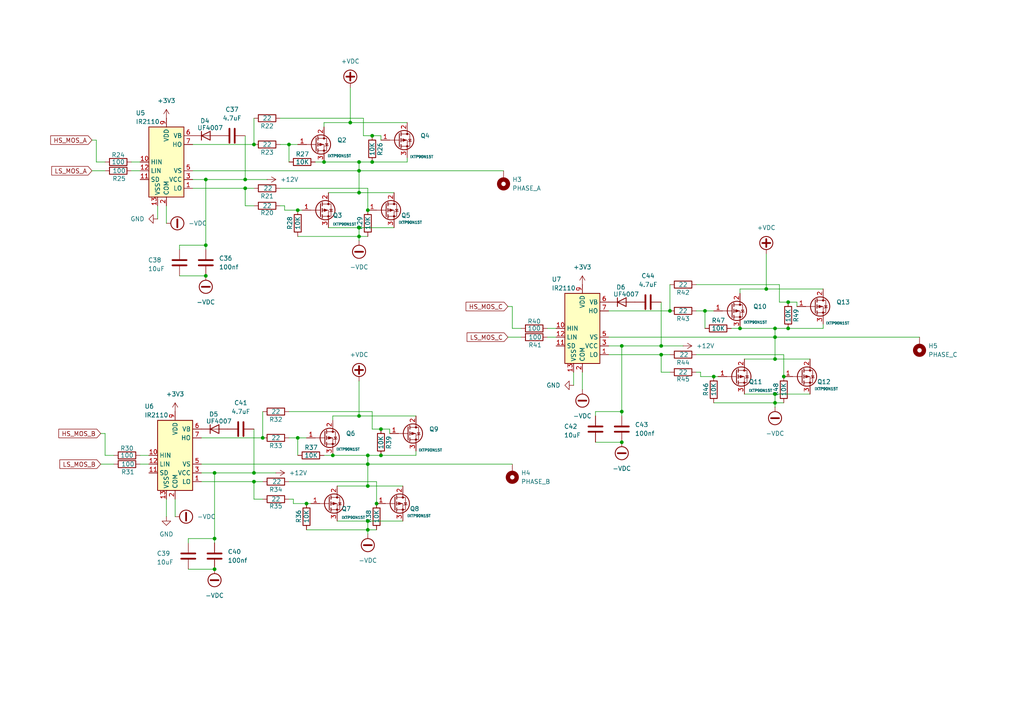
<source format=kicad_sch>
(kicad_sch (version 20250114) (generator "eeschema") (generator_version "9.0")
  (paper "A4")
  (lib_symbols
    (symbol "Device:C" (pin_numbers (hide yes)) (pin_names (offset 0.254))
      (property "Reference" "C" (at 0.635 2.54 0))
      (property "Value" "C" (at 0.635 -2.54 0))
      (symbol "C_0_1"
        (polyline (pts (xy -2.032 0.762) (xy 2.032 0.762)) (stroke (width 0.508)))
        (polyline (pts (xy -2.032 -0.762) (xy 2.032 -0.762)) (stroke (width 0.508)))
      )
      (symbol "C_1_1"
        (pin passive line (at 0 3.81 270) (length 2.794) (name "~") (number "1"))
        (pin passive line (at 0 -3.81 90) (length 2.794) (name "~") (number "2"))
      )
    )
    (symbol "Device:D" (pin_numbers (hide yes)) (pin_names (offset 1.016) (hide yes))
      (property "Reference" "D" (at 0 2.54 0))
      (property "Value" "D" (at 0 -2.54 0))
      (symbol "D_0_1"
        (polyline (pts (xy -1.27 1.27) (xy -1.27 -1.27)) (stroke (width 0.254)))
        (polyline (pts (xy 1.27 1.27) (xy 1.27 -1.27) (xy -1.27 0) (xy 1.27 1.27)) (stroke (width 0.254)))
        (polyline (pts (xy 1.27 0) (xy -1.27 0)))
      )
      (symbol "D_1_1"
        (pin passive line (at -3.81 0 0) (length 2.54) (name "K") (number "1"))
        (pin passive line (at 3.81 0 180) (length 2.54) (name "A") (number "2"))
      )
    )
    (symbol "Device:R" (pin_numbers (hide yes)) (pin_names (offset 0))
      (property "Reference" "R" (at 2.032 0 90))
      (property "Value" "R" (at 0 0 90))
      (symbol "R_0_1"
        (rectangle (start -1.016 -2.54) (end 1.016 2.54) (stroke (width 0.254)))
      )
      (symbol "R_1_1"
        (pin passive line (at 0 3.81 270) (length 1.27) (name "~") (number "1"))
        (pin passive line (at 0 -3.81 90) (length 1.27) (name "~") (number "2"))
      )
    )
    (symbol "Driver_FET:IR2110"
      (property "Reference" "U" (at 1.27 13.335 0))
      (property "Value" "IR2110" (at 1.27 11.43 0))
      (symbol "IR2110_0_1"
        (rectangle (start -5.08 -10.16) (end 5.08 10.16) (stroke (width 0.254)) (fill (type background)))
      )
      (symbol "IR2110_1_1"
        (pin input line (at -7.62 0 0) (length 2.54) (name "HIN") (number "10"))
        (pin input line (at -7.62 -2.54 0) (length 2.54) (name "LIN") (number "12"))
        (pin input line (at -7.62 -5.08 0) (length 2.54) (name "SD") (number "11"))
        (pin no_connect line (at -5.08 7.62 0) (length 2.54) (hide yes) (name "NC") (number "4"))
        (pin no_connect line (at -5.08 5.08 0) (length 2.54) (hide yes) (name "NC") (number "8"))
        (pin no_connect line (at -5.08 2.54 0) (length 2.54) (hide yes) (name "NC") (number "14"))
        (pin power_in line (at -2.54 -12.7 90) (length 2.54) (name "VSS") (number "13"))
        (pin power_in line (at 0 12.7 270) (length 2.54) (name "VDD") (number "9"))
        (pin power_in line (at 0 -12.7 90) (length 2.54) (name "COM") (number "2"))
        (pin passive line (at 7.62 7.62 180) (length 2.54) (name "VB") (number "6"))
        (pin output line (at 7.62 5.08 180) (length 2.54) (name "HO") (number "7"))
        (pin passive line (at 7.62 -2.54 180) (length 2.54) (name "VS") (number "5"))
        (pin power_in line (at 7.62 -5.08 180) (length 2.54) (name "VCC") (number "3"))
        (pin output line (at 7.62 -7.62 180) (length 2.54) (name "LO") (number "1"))
      )
    )
    (symbol "Mechanical:MountingHole_Pad" (pin_numbers (hide yes)) (pin_names (offset 1.016) (hide yes)) (in_bom no)
      (property "Reference" "H" (at 0 6.35 0))
      (property "Value" "MountingHole_Pad" (at 0 4.445 0))
      (symbol "MountingHole_Pad_0_1"
        (circle (center 0 1.27) (radius 1.27) (stroke (width 1.27)))
      )
      (symbol "MountingHole_Pad_1_1"
        (pin input line (at 0 -2.54 90) (length 2.54) (name "1") (number "1"))
      )
    )
    (symbol "Transistor_FET:IRF4905" (pin_names (hide yes))
      (property "Reference" "Q" (at 5.08 1.905 0))
      (property "Value" "IRF4905" (at 5.08 0 0))
      (symbol "IRF4905_0_1"
        (polyline (pts (xy 0.254 1.905) (xy 0.254 -1.905)) (stroke (width 0.254)))
        (polyline (pts (xy 0.254 0) (xy -2.54 0)))
        (polyline (pts (xy 0.762 2.286) (xy 0.762 1.27)) (stroke (width 0.254)))
        (polyline (pts (xy 0.762 1.778) (xy 3.302 1.778) (xy 3.302 -1.778) (xy 0.762 -1.778)))
        (polyline (pts (xy 0.762 0.508) (xy 0.762 -0.508)) (stroke (width 0.254)))
        (polyline (pts (xy 0.762 -1.27) (xy 0.762 -2.286)) (stroke (width 0.254)))
        (circle (center 1.651 0) (radius 2.794) (stroke (width 0.254)))
        (polyline (pts (xy 2.286 0) (xy 1.27 0.381) (xy 1.27 -0.381) (xy 2.286 0)) (fill (type outline)))
        (polyline (pts (xy 2.54 2.54) (xy 2.54 1.778)))
        (circle (center 2.54 1.778) (radius 0.254) (fill (type outline)))
        (circle (center 2.54 -1.778) (radius 0.254) (fill (type outline)))
        (polyline (pts (xy 2.54 -2.54) (xy 2.54 0) (xy 0.762 0)))
        (polyline (pts (xy 2.794 -0.508) (xy 2.921 -0.381) (xy 3.683 -0.381) (xy 3.81 -0.254)))
        (polyline (pts (xy 3.302 -0.381) (xy 2.921 0.254) (xy 3.683 0.254) (xy 3.302 -0.381)))
      )
      (symbol "IRF4905_1_1"
        (pin input line (at -5.08 0 0) (length 2.54) (name "G") (number "1"))
        (pin passive line (at 2.54 5.08 270) (length 2.54) (name "D") (number "2"))
        (pin passive line (at 2.54 -5.08 90) (length 2.54) (name "S") (number "3"))
      )
    )
    (symbol "power:+12V" (power) (pin_numbers (hide yes)) (pin_names (offset 0) (hide yes))
      (property "Value" "+12V" (at 0 3.556 0))
      (symbol "+12V_0_1"
        (polyline (pts (xy -0.762 1.27) (xy 0 2.54)))
        (polyline (pts (xy 0 2.54) (xy 0.762 1.27)))
        (polyline (pts (xy 0 0) (xy 0 2.54)))
      )
      (symbol "+12V_1_1"
        (pin power_in line (at 0 0 90) (length 0) (name "~") (number "1"))
      )
    )
    (symbol "power:+3V3" (power) (pin_numbers (hide yes)) (pin_names (offset 0) (hide yes))
      (property "Value" "+3V3" (at 0 3.556 0))
      (symbol "+3V3_0_1"
        (polyline (pts (xy -0.762 1.27) (xy 0 2.54)))
        (polyline (pts (xy 0 2.54) (xy 0.762 1.27)))
        (polyline (pts (xy 0 0) (xy 0 2.54)))
      )
      (symbol "+3V3_1_1"
        (pin power_in line (at 0 0 90) (length 0) (name "~") (number "1"))
      )
    )
    (symbol "power:+VDC" (power) (pin_numbers (hide yes)) (pin_names (offset 0) (hide yes))
      (property "Value" "+VDC" (at 0 6.35 0))
      (symbol "+VDC_0_1"
        (polyline (pts (xy -1.143 3.175) (xy 1.143 3.175)) (stroke (width 0.508)))
        (circle (center 0 3.175) (radius 1.905) (stroke (width 0.254)))
        (polyline (pts (xy 0 2.032) (xy 0 4.318)) (stroke (width 0.508)))
        (polyline (pts (xy 0 0) (xy 0 1.27)))
      )
      (symbol "+VDC_1_1"
        (pin power_in line (at 0 0 90) (length 0) (name "~") (number "1"))
      )
    )
    (symbol "power:-VDC" (power) (pin_numbers (hide yes)) (pin_names (offset 0) (hide yes))
      (property "Value" "-VDC" (at 0 6.35 0))
      (symbol "-VDC_0_1"
        (polyline (pts (xy -1.143 3.175) (xy 1.143 3.175)) (stroke (width 0.508)))
        (circle (center 0 3.175) (radius 1.905) (stroke (width 0.254)))
        (polyline (pts (xy 0 0) (xy 0 1.27)))
      )
      (symbol "-VDC_1_1"
        (pin power_in line (at 0 0 90) (length 0) (name "~") (number "1"))
      )
    )
    (symbol "power:GND" (power) (pin_numbers (hide yes)) (pin_names (offset 0) (hide yes))
      (property "Value" "GND" (at 0 -3.81 0))
      (symbol "GND_0_1"
        (polyline (pts (xy 0 0) (xy 0 -1.27) (xy 1.27 -1.27) (xy 0 -2.54) (xy -1.27 -1.27) (xy 0 -1.27)))
      )
      (symbol "GND_1_1"
        (pin power_in line (at 0 0 270) (length 0) (name "~") (number "1"))
      )
    )
  )
  (junction (at 204.47 90.17))
  (junction (at 224.79 114.3))
  (junction (at 224.79 104.14))
  (junction (at 62.23 165.1))
  (junction (at 227.33 109.22))
  (junction (at 106.68 140.97))
  (junction (at 59.69 71.12))
  (junction (at 62.23 156.21))
  (junction (at 207.01 109.22))
  (junction (at 107.95 39.37))
  (junction (at 71.12 54.61))
  (junction (at 180.34 119.38))
  (junction (at 104.14 68.58))
  (junction (at 106.68 153.67))
  (junction (at 106.68 60.96))
  (junction (at 180.34 128.27))
  (junction (at 224.79 95.25))
  (junction (at 106.68 134.62))
  (junction (at 191.77 100.33))
  (junction (at 86.36 127))
  (junction (at 73.66 41.91))
  (junction (at 106.68 151.13))
  (junction (at 104.14 46.99))
  (junction (at 96.52 132.08))
  (junction (at 194.31 90.17))
  (junction (at 73.66 139.7))
  (junction (at 71.12 52.07))
  (junction (at 107.95 46.99))
  (junction (at 104.14 55.88))
  (junction (at 191.77 102.87))
  (junction (at 86.36 60.96))
  (junction (at 180.34 100.33))
  (junction (at 224.79 116.84))
  (junction (at 104.14 66.04))
  (junction (at 224.79 97.79))
  (junction (at 228.6 95.25))
  (junction (at 88.9 146.05))
  (junction (at 214.63 95.25))
  (junction (at 83.82 41.91))
  (junction (at 73.66 137.16))
  (junction (at 228.6 87.63))
  (junction (at 110.49 124.46))
  (junction (at 222.25 83.82))
  (junction (at 62.23 137.16))
  (junction (at 104.14 49.53))
  (junction (at 59.69 52.07))
  (junction (at 93.98 46.99))
  (junction (at 59.69 80.01))
  (junction (at 106.68 132.08))
  (junction (at 76.2 127))
  (junction (at 104.14 120.65))
  (junction (at 109.22 146.05))
  (junction (at 101.6 35.56))
  (junction (at 110.49 132.08))
  (wire (pts (xy 62.23 156.21) (xy 54.61 156.21)))
  (wire (pts (xy 201.93 82.55) (xy 226.06 82.55)))
  (wire (pts (xy 29.21 134.62) (xy 33.02 134.62)))
  (wire (pts (xy 88.9 146.05) (xy 90.17 146.05)))
  (wire (pts (xy 104.14 46.99) (xy 107.95 46.99)))
  (wire (pts (xy 86.36 132.08) (xy 86.36 127)))
  (wire (pts (xy 147.32 88.9) (xy 148.59 88.9)))
  (wire (pts (xy 224.79 97.79) (xy 266.7 97.79)))
  (wire (pts (xy 101.6 25.4) (xy 101.6 35.56)))
  (wire (pts (xy 106.68 134.62) (xy 148.59 134.62)))
  (wire (pts (xy 97.79 140.97) (xy 106.68 140.97)))
  (wire (pts (xy 120.65 132.08) (xy 120.65 130.81)))
  (wire (pts (xy 85.09 146.05) (xy 85.09 144.78)))
  (wire (pts (xy 59.69 52.07) (xy 59.69 71.12)))
  (wire (pts (xy 191.77 100.33) (xy 191.77 87.63)))
  (wire (pts (xy 109.22 139.7) (xy 109.22 146.05)))
  (wire (pts (xy 106.68 54.61) (xy 106.68 60.96)))
  (wire (pts (xy 203.2 109.22) (xy 203.2 107.95)))
  (wire (pts (xy 82.55 60.96) (xy 82.55 59.69)))
  (wire (pts (xy 191.77 107.95) (xy 194.31 107.95)))
  (wire (pts (xy 215.9 104.14) (xy 224.79 104.14)))
  (wire (pts (xy 86.36 68.58) (xy 104.14 68.58)))
  (wire (pts (xy 203.2 109.22) (xy 207.01 109.22)))
  (wire (pts (xy 104.14 55.88) (xy 114.3 55.88)))
  (wire (pts (xy 55.88 49.53) (xy 104.14 49.53)))
  (wire (pts (xy 204.47 90.17) (xy 201.93 90.17)))
  (wire (pts (xy 85.09 146.05) (xy 88.9 146.05)))
  (wire (pts (xy 224.79 95.25) (xy 228.6 95.25)))
  (wire (pts (xy 81.28 59.69) (xy 82.55 59.69)))
  (wire (pts (xy 110.49 132.08) (xy 120.65 132.08)))
  (wire (pts (xy 52.07 71.12) (xy 52.07 72.39)))
  (wire (pts (xy 86.36 127) (xy 88.9 127)))
  (wire (pts (xy 27.94 46.99) (xy 30.48 46.99)))
  (wire (pts (xy 172.72 119.38) (xy 172.72 120.65)))
  (wire (pts (xy 83.82 41.91) (xy 81.28 41.91)))
  (wire (pts (xy 73.66 137.16) (xy 73.66 124.46)))
  (wire (pts (xy 97.79 151.13) (xy 106.68 151.13)))
  (wire (pts (xy 106.68 54.61) (xy 81.28 54.61)))
  (wire (pts (xy 71.12 59.69) (xy 71.12 54.61)))
  (wire (pts (xy 96.52 120.65) (xy 96.52 121.92)))
  (wire (pts (xy 54.61 156.21) (xy 54.61 157.48)))
  (wire (pts (xy 58.42 137.16) (xy 62.23 137.16)))
  (wire (pts (xy 105.41 34.29) (xy 105.41 39.37)))
  (wire (pts (xy 148.59 95.25) (xy 151.13 95.25)))
  (wire (pts (xy 120.65 120.65) (xy 104.14 120.65)))
  (wire (pts (xy 207.01 116.84) (xy 224.79 116.84)))
  (wire (pts (xy 58.42 139.7) (xy 73.66 139.7)))
  (wire (pts (xy 101.6 35.56) (xy 93.98 35.56)))
  (wire (pts (xy 73.66 137.16) (xy 80.01 137.16)))
  (wire (pts (xy 214.63 95.25) (xy 224.79 95.25)))
  (wire (pts (xy 191.77 100.33) (xy 198.12 100.33)))
  (wire (pts (xy 104.14 46.99) (xy 104.14 49.53)))
  (wire (pts (xy 95.25 66.04) (xy 104.14 66.04)))
  (wire (pts (xy 148.59 88.9) (xy 148.59 95.25)))
  (wire (pts (xy 29.21 125.73) (xy 30.48 125.73)))
  (wire (pts (xy 59.69 71.12) (xy 52.07 71.12)))
  (wire (pts (xy 106.68 134.62) (xy 106.68 140.97)))
  (wire (pts (xy 191.77 102.87) (xy 194.31 102.87)))
  (wire (pts (xy 58.42 134.62) (xy 106.68 134.62)))
  (wire (pts (xy 168.91 107.95) (xy 168.91 113.03)))
  (wire (pts (xy 224.79 116.84) (xy 227.33 116.84)))
  (wire (pts (xy 76.2 119.38) (xy 76.2 127)))
  (wire (pts (xy 110.49 124.46) (xy 113.03 124.46)))
  (wire (pts (xy 222.25 83.82) (xy 214.63 83.82)))
  (wire (pts (xy 215.9 114.3) (xy 224.79 114.3)))
  (wire (pts (xy 204.47 95.25) (xy 204.47 90.17)))
  (wire (pts (xy 176.53 97.79) (xy 224.79 97.79)))
  (wire (pts (xy 88.9 153.67) (xy 106.68 153.67)))
  (wire (pts (xy 48.26 144.78) (xy 48.26 149.86)))
  (wire (pts (xy 73.66 144.78) (xy 76.2 144.78)))
  (wire (pts (xy 93.98 35.56) (xy 93.98 36.83)))
  (wire (pts (xy 71.12 52.07) (xy 59.69 52.07)))
  (wire (pts (xy 227.33 102.87) (xy 201.93 102.87)))
  (wire (pts (xy 30.48 125.73) (xy 30.48 132.08)))
  (wire (pts (xy 54.61 165.1) (xy 62.23 165.1)))
  (wire (pts (xy 106.68 153.67) (xy 106.68 154.94)))
  (wire (pts (xy 71.12 54.61) (xy 73.66 54.61)))
  (wire (pts (xy 71.12 52.07) (xy 77.47 52.07)))
  (wire (pts (xy 238.76 83.82) (xy 222.25 83.82)))
  (wire (pts (xy 40.64 132.08) (xy 43.18 132.08)))
  (wire (pts (xy 158.75 97.79) (xy 161.29 97.79)))
  (wire (pts (xy 107.95 39.37) (xy 110.49 39.37)))
  (wire (pts (xy 50.8 144.78) (xy 50.8 149.86)))
  (wire (pts (xy 107.95 39.37) (xy 105.41 39.37)))
  (wire (pts (xy 110.49 124.46) (xy 107.95 124.46)))
  (wire (pts (xy 147.32 97.79) (xy 151.13 97.79)))
  (wire (pts (xy 106.68 132.08) (xy 106.68 134.62)))
  (wire (pts (xy 26.67 40.64) (xy 27.94 40.64)))
  (wire (pts (xy 40.64 134.62) (xy 43.18 134.62)))
  (wire (pts (xy 172.72 128.27) (xy 180.34 128.27)))
  (wire (pts (xy 62.23 137.16) (xy 62.23 156.21)))
  (wire (pts (xy 201.93 107.95) (xy 203.2 107.95)))
  (wire (pts (xy 83.82 144.78) (xy 85.09 144.78)))
  (wire (pts (xy 95.25 55.88) (xy 104.14 55.88)))
  (wire (pts (xy 180.34 119.38) (xy 172.72 119.38)))
  (wire (pts (xy 204.47 90.17) (xy 207.01 90.17)))
  (wire (pts (xy 71.12 59.69) (xy 73.66 59.69)))
  (wire (pts (xy 176.53 100.33) (xy 180.34 100.33)))
  (wire (pts (xy 224.79 97.79) (xy 224.79 104.14)))
  (wire (pts (xy 58.42 127) (xy 76.2 127)))
  (wire (pts (xy 212.09 95.25) (xy 214.63 95.25)))
  (wire (pts (xy 71.12 52.07) (xy 71.12 39.37)))
  (wire (pts (xy 110.49 39.37) (xy 110.49 40.64)))
  (wire (pts (xy 113.03 124.46) (xy 113.03 125.73)))
  (wire (pts (xy 191.77 107.95) (xy 191.77 102.87)))
  (wire (pts (xy 118.11 35.56) (xy 101.6 35.56)))
  (wire (pts (xy 176.53 90.17) (xy 194.31 90.17)))
  (wire (pts (xy 180.34 100.33) (xy 180.34 119.38)))
  (wire (pts (xy 224.79 116.84) (xy 224.79 118.11)))
  (wire (pts (xy 52.07 80.01) (xy 59.69 80.01)))
  (wire (pts (xy 73.66 139.7) (xy 76.2 139.7)))
  (wire (pts (xy 207.01 109.22) (xy 208.28 109.22)))
  (wire (pts (xy 228.6 87.63) (xy 226.06 87.63)))
  (wire (pts (xy 228.6 95.25) (xy 238.76 95.25)))
  (wire (pts (xy 62.23 156.21) (xy 62.23 157.48)))
  (wire (pts (xy 104.14 110.49) (xy 104.14 120.65)))
  (wire (pts (xy 107.95 46.99) (xy 118.11 46.99)))
  (wire (pts (xy 176.53 102.87) (xy 191.77 102.87)))
  (wire (pts (xy 83.82 46.99) (xy 83.82 41.91)))
  (wire (pts (xy 194.31 82.55) (xy 194.31 90.17)))
  (wire (pts (xy 38.1 49.53) (xy 40.64 49.53)))
  (wire (pts (xy 45.72 59.69) (xy 45.72 63.5)))
  (wire (pts (xy 109.22 139.7) (xy 83.82 139.7)))
  (wire (pts (xy 104.14 49.53) (xy 146.05 49.53)))
  (wire (pts (xy 83.82 41.91) (xy 86.36 41.91)))
  (wire (pts (xy 104.14 66.04) (xy 114.3 66.04)))
  (wire (pts (xy 166.37 107.95) (xy 166.37 111.76)))
  (wire (pts (xy 81.28 34.29) (xy 105.41 34.29)))
  (wire (pts (xy 73.66 144.78) (xy 73.66 139.7)))
  (wire (pts (xy 224.79 114.3) (xy 224.79 116.84)))
  (wire (pts (xy 26.67 49.53) (xy 30.48 49.53)))
  (wire (pts (xy 228.6 87.63) (xy 231.14 87.63)))
  (wire (pts (xy 222.25 73.66) (xy 222.25 83.82)))
  (wire (pts (xy 104.14 68.58) (xy 104.14 69.85)))
  (wire (pts (xy 224.79 104.14) (xy 234.95 104.14)))
  (wire (pts (xy 73.66 34.29) (xy 73.66 41.91)))
  (wire (pts (xy 93.98 132.08) (xy 96.52 132.08)))
  (wire (pts (xy 82.55 60.96) (xy 86.36 60.96)))
  (wire (pts (xy 106.68 151.13) (xy 116.84 151.13)))
  (wire (pts (xy 59.69 71.12) (xy 59.69 72.39)))
  (wire (pts (xy 106.68 132.08) (xy 110.49 132.08)))
  (wire (pts (xy 106.68 151.13) (xy 106.68 153.67)))
  (wire (pts (xy 104.14 68.58) (xy 106.68 68.58)))
  (wire (pts (xy 27.94 40.64) (xy 27.94 46.99)))
  (wire (pts (xy 224.79 114.3) (xy 234.95 114.3)))
  (wire (pts (xy 86.36 127) (xy 83.82 127)))
  (wire (pts (xy 238.76 95.25) (xy 238.76 93.98)))
  (wire (pts (xy 104.14 120.65) (xy 96.52 120.65)))
  (wire (pts (xy 107.95 119.38) (xy 107.95 124.46)))
  (wire (pts (xy 106.68 153.67) (xy 109.22 153.67)))
  (wire (pts (xy 91.44 46.99) (xy 93.98 46.99)))
  (wire (pts (xy 118.11 46.99) (xy 118.11 45.72)))
  (wire (pts (xy 214.63 83.82) (xy 214.63 85.09)))
  (wire (pts (xy 93.98 46.99) (xy 104.14 46.99)))
  (wire (pts (xy 55.88 41.91) (xy 73.66 41.91)))
  (wire (pts (xy 96.52 132.08) (xy 106.68 132.08)))
  (wire (pts (xy 38.1 46.99) (xy 40.64 46.99)))
  (wire (pts (xy 226.06 82.55) (xy 226.06 87.63)))
  (wire (pts (xy 55.88 54.61) (xy 71.12 54.61)))
  (wire (pts (xy 231.14 87.63) (xy 231.14 88.9)))
  (wire (pts (xy 227.33 102.87) (xy 227.33 109.22)))
  (wire (pts (xy 86.36 60.96) (xy 87.63 60.96)))
  (wire (pts (xy 180.34 119.38) (xy 180.34 120.65)))
  (wire (pts (xy 158.75 95.25) (xy 161.29 95.25)))
  (wire (pts (xy 30.48 132.08) (xy 33.02 132.08)))
  (wire (pts (xy 104.14 66.04) (xy 104.14 68.58)))
  (wire (pts (xy 104.14 49.53) (xy 104.14 55.88)))
  (wire (pts (xy 73.66 137.16) (xy 62.23 137.16)))
  (wire (pts (xy 83.82 119.38) (xy 107.95 119.38)))
  (wire (pts (xy 55.88 52.07) (xy 59.69 52.07)))
  (wire (pts (xy 224.79 95.25) (xy 224.79 97.79)))
  (wire (pts (xy 48.26 59.69) (xy 48.26 64.77)))
  (wire (pts (xy 191.77 100.33) (xy 180.34 100.33)))
  (wire (pts (xy 106.68 140.97) (xy 116.84 140.97)))
  (global_label "HS_MOS_C" (shape input) (at 147.32 88.9 180) (property "Intersheetrefs" "${INTERSHEET_REFS}" (effects (hide yes))))
  (global_label "HS_MOS_B" (shape input) (at 29.21 125.73 180) (property "Intersheetrefs" "${INTERSHEET_REFS}" (effects (hide yes))))
  (global_label "HS_MOS_A" (shape input) (at 26.67 40.64 180) (property "Intersheetrefs" "${INTERSHEET_REFS}" (effects (hide yes))))
  (global_label "LS_MOS_A" (shape input) (at 26.67 49.53 180) (property "Intersheetrefs" "${INTERSHEET_REFS}" (effects (hide yes))))
  (global_label "LS_MOS_B" (shape input) (at 29.21 134.62 180) (property "Intersheetrefs" "${INTERSHEET_REFS}" (effects (hide yes))))
  (global_label "LS_MOS_C" (shape input) (at 147.32 97.79 180) (property "Intersheetrefs" "${INTERSHEET_REFS}" (effects (hide yes))))
  (symbol (lib_id "Device:R") (at 107.95 43.18 0) (unit 1)
    (property "Reference" "R26" (at 110.236 45.212 90) (effects (justify left)))
    (property "Value" "10K" (at 107.95 45.212 90) (effects (justify left)))
    (property "Footprint" "Resistor_THT:R_Axial_DIN0207_L6.3mm_D2.5mm_P7.62mm_Horizontal" (effects (hide yes)))
    (property "Description" "Resistor" (effects (hide yes)))
  )
  (symbol (lib_id "Device:C") (at 54.61 161.29 0) (unit 1)
    (property "Reference" "C39" (at 45.466 160.528 0) (effects (justify left)))
    (property "Value" "10uF" (at 45.466 163.068 0) (effects (justify left)))
    (property "Footprint" "Capacitor_THT:C_Radial_D12.5mm_H25.0mm_P5.00mm" (effects (hide yes)))
    (property "Description" "Unpolarized capacitor" (effects (hide yes)))
  )
  (symbol (lib_id "Transistor_FET:IRF4905") (at 236.22 88.9 0) (unit 1)
    (property "Reference" "Q13" (at 242.57 87.6299 0) (effects (justify left)))
    (property "Value" "IXTP90N15T" (at 239.522 93.726 0) (effects (font (size 0.762 0.762)) (justify left)))
    (property "Footprint" "Package_TO_SOT_THT:SIPAK_Vertical" (effects (hide yes)))
    (property "Datasheet" "http://www.infineon.com/dgdl/irf4905.pdf?fileId=5546d462533600a4015355e32165197c" (effects (hide yes)))
    (property "Description" "-74A Id, -55V Vds, Single P-Channel HEXFET Power MOSFET, 20mOhm Ron, TO-220AB" (effects (hide yes)))
  )
  (symbol (lib_id "Driver_FET:IR2110") (at 48.26 46.99 0) (unit 1)
    (property "Reference" "U5" (at 39.37 32.766 0) (effects (justify left)))
    (property "Value" "IR2110" (at 39.37 35.306 0) (effects (justify left)))
    (property "Footprint" "Package_DIP:DIP-14_W7.62mm" (effects (hide yes)))
    (property "Datasheet" "https://www.infineon.com/dgdl/ir2110.pdf?fileId=5546d462533600a4015355c80333167e" (effects (hide yes)))
    (property "Description" "High and Low Side Driver, 500V, 2.0/2.0A, PDIP-14" (effects (hide yes)))
  )
  (symbol (lib_id "Device:D") (at 180.34 87.63 0) (unit 1)
    (property "Reference" "D6" (at 180.086 83.312 0))
    (property "Value" "UF4007" (at 181.61 85.344 0))
    (property "Footprint" "Diode_THT:D_DO-35_SOD27_P7.62mm_Horizontal" (effects (hide yes)))
    (property "Description" "Diode" (effects (hide yes)))
    (property "Sim.Device" "D" (effects (hide yes)))
    (property "Sim.Pins" "1=K 2=A" (effects (hide yes)))
  )
  (symbol (lib_id "Device:C") (at 180.34 124.46 0) (unit 1)
    (property "Reference" "C43" (at 184.15 123.1899 0) (effects (justify left)))
    (property "Value" "100nf" (at 184.15 125.7299 0) (effects (justify left)))
    (property "Footprint" "Capacitor_THT:C_Disc_D10.5mm_W5.0mm_P5.00mm" (effects (hide yes)))
    (property "Description" "Unpolarized capacitor" (effects (hide yes)))
  )
  (symbol (lib_id "Device:R") (at 88.9 149.86 180) (unit 1)
    (property "Reference" "R36" (at 86.614 147.828 90) (effects (justify left)))
    (property "Value" "10K" (at 88.9 147.828 90) (effects (justify left)))
    (property "Footprint" "Resistor_THT:R_Axial_DIN0207_L6.3mm_D2.5mm_P7.62mm_Horizontal" (effects (hide yes)))
    (property "Description" "Resistor" (effects (hide yes)))
  )
  (symbol (lib_id "Device:R") (at 154.94 97.79 270) (unit 1)
    (property "Reference" "R41" (at 155.194 100.076 90))
    (property "Value" "100" (at 155.194 97.79 90))
    (property "Footprint" "Resistor_THT:R_Axial_DIN0207_L6.3mm_D2.5mm_P7.62mm_Horizontal" (effects (hide yes)))
    (property "Description" "Resistor" (effects (hide yes)))
  )
  (symbol (lib_id "Device:R") (at 80.01 144.78 90) (unit 1)
    (property "Reference" "R35" (at 80.01 146.812 90))
    (property "Value" "22" (at 80.01 144.78 90))
    (property "Footprint" "Resistor_THT:R_Axial_DIN0207_L6.3mm_D2.5mm_P7.62mm_Horizontal" (effects (hide yes)))
    (property "Description" "Resistor" (effects (hide yes)))
  )
  (symbol (lib_id "Driver_FET:IR2110") (at 50.8 132.08 0) (unit 1)
    (property "Reference" "U6" (at 41.91 117.856 0) (effects (justify left)))
    (property "Value" "IR2110" (at 41.91 120.396 0) (effects (justify left)))
    (property "Footprint" "Package_DIP:DIP-14_W7.62mm" (effects (hide yes)))
    (property "Datasheet" "https://www.infineon.com/dgdl/ir2110.pdf?fileId=5546d462533600a4015355c80333167e" (effects (hide yes)))
    (property "Description" "High and Low Side Driver, 500V, 2.0/2.0A, PDIP-14" (effects (hide yes)))
  )
  (symbol (lib_id "power:-VDC") (at 224.79 118.11 180) (unit 1)
    (property "Reference" "#PWR064" (effects (hide yes)))
    (property "Value" "-VDC" (at 224.79 125.73 0))
    (property "Description" "Power symbol creates a global label with name \"-VDC\"" (effects (hide yes)))
  )
  (symbol (lib_id "Device:R") (at 198.12 102.87 90) (unit 1)
    (property "Reference" "R44" (at 198.12 105.156 90))
    (property "Value" "22" (at 198.374 102.87 90))
    (property "Footprint" "Resistor_THT:R_Axial_DIN0207_L6.3mm_D2.5mm_P7.62mm_Horizontal" (effects (hide yes)))
    (property "Description" "Resistor" (effects (hide yes)))
  )
  (symbol (lib_id "Device:R") (at 208.28 95.25 90) (unit 1)
    (property "Reference" "R47" (at 210.312 92.964 90) (effects (justify left)))
    (property "Value" "10K" (at 210.312 95.25 90) (effects (justify left)))
    (property "Footprint" "Resistor_THT:R_Axial_DIN0207_L6.3mm_D2.5mm_P7.62mm_Horizontal" (effects (hide yes)))
    (property "Description" "Resistor" (effects (hide yes)))
  )
  (symbol (lib_id "power:GND") (at 166.37 111.76 270) (unit 1)
    (property "Reference" "#PWR059" (effects (hide yes)))
    (property "Value" "GND" (at 162.56 111.7599 90) (effects (justify right)))
    (property "Description" "Power symbol creates a global label with name \"GND\" , ground" (effects (hide yes)))
  )
  (symbol (lib_id "power:+3V3") (at 48.26 34.29 0) (unit 1)
    (property "Reference" "#PWR047" (effects (hide yes)))
    (property "Value" "+3V3" (at 48.26 29.21 0))
    (property "Description" "Power symbol creates a global label with name \"+3V3\"" (effects (hide yes)))
  )
  (symbol (lib_id "Device:C") (at 187.96 87.63 90) (unit 1)
    (property "Reference" "C44" (at 187.96 80.01 90))
    (property "Value" "4.7uF" (at 187.96 82.55 90))
    (property "Footprint" "Capacitor_THT:C_Axial_L17.0mm_D7.0mm_P25.00mm_Horizontal" (effects (hide yes)))
    (property "Description" "Unpolarized capacitor" (effects (hide yes)))
  )
  (symbol (lib_id "power:+3V3") (at 50.8 119.38 0) (unit 1)
    (property "Reference" "#PWR054" (effects (hide yes)))
    (property "Value" "+3V3" (at 50.8 114.3 0))
    (property "Description" "Power symbol creates a global label with name \"+3V3\"" (effects (hide yes)))
  )
  (symbol (lib_id "Device:R") (at 110.49 128.27 0) (unit 1)
    (property "Reference" "R39" (at 112.776 130.302 90) (effects (justify left)))
    (property "Value" "10K" (at 110.49 130.302 90) (effects (justify left)))
    (property "Footprint" "Resistor_THT:R_Axial_DIN0207_L6.3mm_D2.5mm_P7.62mm_Horizontal" (effects (hide yes)))
    (property "Description" "Resistor" (effects (hide yes)))
  )
  (symbol (lib_id "power:-VDC") (at 59.69 80.01 180) (unit 1)
    (property "Reference" "#PWR048" (effects (hide yes)))
    (property "Value" "-VDC" (at 59.69 87.63 0))
    (property "Description" "Power symbol creates a global label with name \"-VDC\"" (effects (hide yes)))
  )
  (symbol (lib_id "power:-VDC") (at 48.26 64.77 270) (unit 1)
    (property "Reference" "#PWR088" (effects (hide yes)))
    (property "Value" "-VDC" (at 54.61 64.7699 90) (effects (justify left)))
    (property "Description" "Power symbol creates a global label with name \"-VDC\"" (effects (hide yes)))
  )
  (symbol (lib_id "Device:R") (at 36.83 134.62 270) (unit 1)
    (property "Reference" "R31" (at 37.084 136.906 90))
    (property "Value" "100" (at 37.084 134.62 90))
    (property "Footprint" "Resistor_THT:R_Axial_DIN0207_L6.3mm_D2.5mm_P7.62mm_Horizontal" (effects (hide yes)))
    (property "Description" "Resistor" (effects (hide yes)))
  )
  (symbol (lib_id "Transistor_FET:IRF4905") (at 111.76 60.96 0) (unit 1)
    (property "Reference" "Q5" (at 116.332 62.484 0) (effects (justify left)))
    (property "Value" "IXTP90N15T" (at 115.57 64.516 0) (effects (font (size 0.762 0.762)) (justify left)))
    (property "Footprint" "Package_TO_SOT_THT:SIPAK_Vertical" (effects (hide yes)))
    (property "Datasheet" "http://www.infineon.com/dgdl/irf4905.pdf?fileId=5546d462533600a4015355e32165197c" (effects (hide yes)))
    (property "Description" "-74A Id, -55V Vds, Single P-Channel HEXFET Power MOSFET, 20mOhm Ron, TO-220AB" (effects (hide yes)))
  )
  (symbol (lib_id "power:GND") (at 48.26 149.86 0) (unit 1)
    (property "Reference" "#PWR053" (effects (hide yes)))
    (property "Value" "GND" (at 48.26 154.94 0))
    (property "Description" "Power symbol creates a global label with name \"GND\" , ground" (effects (hide yes)))
  )
  (symbol (lib_id "Device:R") (at 80.01 119.38 90) (unit 1)
    (property "Reference" "R32" (at 80.01 121.666 90))
    (property "Value" "22" (at 80.01 119.38 90))
    (property "Footprint" "Resistor_THT:R_Axial_DIN0207_L6.3mm_D2.5mm_P7.62mm_Horizontal" (effects (hide yes)))
    (property "Description" "Resistor" (effects (hide yes)))
  )
  (symbol (lib_id "Device:R") (at 77.47 59.69 90) (unit 1)
    (property "Reference" "R20" (at 77.47 61.722 90))
    (property "Value" "22" (at 77.47 59.69 90))
    (property "Footprint" "Resistor_THT:R_Axial_DIN0207_L6.3mm_D2.5mm_P7.62mm_Horizontal" (effects (hide yes)))
    (property "Description" "Resistor" (effects (hide yes)))
  )
  (symbol (lib_id "power:-VDC") (at 62.23 165.1 180) (unit 1)
    (property "Reference" "#PWR055" (effects (hide yes)))
    (property "Value" "-VDC" (at 62.23 172.72 0))
    (property "Description" "Power symbol creates a global label with name \"-VDC\"" (effects (hide yes)))
  )
  (symbol (lib_id "Device:R") (at 109.22 149.86 180) (unit 1)
    (property "Reference" "R38" (at 106.934 147.828 90) (effects (justify left)))
    (property "Value" "10K" (at 109.22 147.828 90) (effects (justify left)))
    (property "Footprint" "Resistor_THT:R_Axial_DIN0207_L6.3mm_D2.5mm_P7.62mm_Horizontal" (effects (hide yes)))
    (property "Description" "Resistor" (effects (hide yes)))
  )
  (symbol (lib_id "Device:C") (at 59.69 76.2 0) (unit 1)
    (property "Reference" "C36" (at 63.5 74.9299 0) (effects (justify left)))
    (property "Value" "100nf" (at 63.5 77.4699 0) (effects (justify left)))
    (property "Footprint" "Capacitor_THT:C_Disc_D10.5mm_W5.0mm_P5.00mm" (effects (hide yes)))
    (property "Description" "Unpolarized capacitor" (effects (hide yes)))
  )
  (symbol (lib_id "Mechanical:MountingHole_Pad") (at 148.59 137.16 180) (unit 1) (in_bom no)
    (property "Reference" "H4" (at 151.13 137.1599 0) (effects (justify right)))
    (property "Value" "PHASE_B" (at 151.13 139.6999 0) (effects (justify right)))
    (property "Footprint" "MountingHole:MountingHole_3.7mm_Pad_Via" (effects (hide yes)))
    (property "Description" "Mounting Hole with connection" (effects (hide yes)))
  )
  (symbol (lib_id "Transistor_FET:IRF4905") (at 95.25 146.05 0) (unit 1)
    (property "Reference" "Q7" (at 99.06 147.574 0) (effects (justify left)))
    (property "Value" "IXTP90N15T" (at 99.06 150.114 0) (effects (font (size 0.762 0.762)) (justify left)))
    (property "Footprint" "Package_TO_SOT_THT:SIPAK_Vertical" (effects (hide yes)))
    (property "Datasheet" "http://www.infineon.com/dgdl/irf4905.pdf?fileId=5546d462533600a4015355e32165197c" (effects (hide yes)))
    (property "Description" "-74A Id, -55V Vds, Single P-Channel HEXFET Power MOSFET, 20mOhm Ron, TO-220AB" (effects (hide yes)))
  )
  (symbol (lib_id "power:+12V") (at 77.47 52.07 270) (unit 1)
    (property "Reference" "#PWR049" (effects (hide yes)))
    (property "Value" "+12V" (at 81.28 52.0699 90) (effects (justify left)))
    (property "Description" "Power symbol creates a global label with name \"+12V\"" (effects (hide yes)))
  )
  (symbol (lib_id "power:+VDC") (at 101.6 25.4 0) (unit 1)
    (property "Reference" "#PWR051" (effects (hide yes)))
    (property "Value" "+VDC" (at 101.6 17.78 0))
    (property "Description" "Power symbol creates a global label with name \"+VDC\"" (effects (hide yes)))
  )
  (symbol (lib_id "Device:R") (at 77.47 41.91 90) (unit 1)
    (property "Reference" "R23" (at 77.47 44.196 90))
    (property "Value" "22" (at 77.47 41.91 90))
    (property "Footprint" "Resistor_THT:R_Axial_DIN0207_L6.3mm_D2.5mm_P7.62mm_Horizontal" (effects (hide yes)))
    (property "Description" "Resistor" (effects (hide yes)))
  )
  (symbol (lib_id "Device:R") (at 36.83 132.08 90) (unit 1)
    (property "Reference" "R30" (at 36.83 130.048 90))
    (property "Value" "100" (at 36.83 132.08 90))
    (property "Footprint" "Resistor_THT:R_Axial_DIN0207_L6.3mm_D2.5mm_P7.62mm_Horizontal" (effects (hide yes)))
    (property "Description" "Resistor" (effects (hide yes)))
  )
  (symbol (lib_id "power:-VDC") (at 50.8 149.86 270) (unit 1)
    (property "Reference" "#PWR086" (effects (hide yes)))
    (property "Value" "-VDC" (at 57.15 149.8599 90) (effects (justify left)))
    (property "Description" "Power symbol creates a global label with name \"-VDC\"" (effects (hide yes)))
  )
  (symbol (lib_id "Device:R") (at 80.01 127 90) (unit 1)
    (property "Reference" "R33" (at 80.01 129.286 90))
    (property "Value" "22" (at 80.01 127 90))
    (property "Footprint" "Resistor_THT:R_Axial_DIN0207_L6.3mm_D2.5mm_P7.62mm_Horizontal" (effects (hide yes)))
    (property "Description" "Resistor" (effects (hide yes)))
  )
  (symbol (lib_id "Device:R") (at 154.94 95.25 90) (unit 1)
    (property "Reference" "R40" (at 154.94 93.218 90))
    (property "Value" "100" (at 154.94 95.25 90))
    (property "Footprint" "Resistor_THT:R_Axial_DIN0207_L6.3mm_D2.5mm_P7.62mm_Horizontal" (effects (hide yes)))
    (property "Description" "Resistor" (effects (hide yes)))
  )
  (symbol (lib_id "Device:R") (at 87.63 46.99 90) (unit 1)
    (property "Reference" "R27" (at 89.662 44.704 90) (effects (justify left)))
    (property "Value" "10K" (at 89.662 46.99 90) (effects (justify left)))
    (property "Footprint" "Resistor_THT:R_Axial_DIN0207_L6.3mm_D2.5mm_P7.62mm_Horizontal" (effects (hide yes)))
    (property "Description" "Resistor" (effects (hide yes)))
  )
  (symbol (lib_id "power:+12V") (at 80.01 137.16 270) (unit 1)
    (property "Reference" "#PWR056" (effects (hide yes)))
    (property "Value" "+12V" (at 83.82 137.1599 90) (effects (justify left)))
    (property "Description" "Power symbol creates a global label with name \"+12V\"" (effects (hide yes)))
  )
  (symbol (lib_id "Transistor_FET:IRF4905") (at 92.71 60.96 0) (unit 1)
    (property "Reference" "Q3" (at 96.52 62.484 0) (effects (justify left)))
    (property "Value" "IXTP90N15T" (at 96.52 65.024 0) (effects (font (size 0.762 0.762)) (justify left)))
    (property "Footprint" "Package_TO_SOT_THT:SIPAK_Vertical" (effects (hide yes)))
    (property "Datasheet" "http://www.infineon.com/dgdl/irf4905.pdf?fileId=5546d462533600a4015355e32165197c" (effects (hide yes)))
    (property "Description" "-74A Id, -55V Vds, Single P-Channel HEXFET Power MOSFET, 20mOhm Ron, TO-220AB" (effects (hide yes)))
  )
  (symbol (lib_id "Device:D") (at 62.23 124.46 0) (unit 1)
    (property "Reference" "D5" (at 61.976 120.142 0))
    (property "Value" "UF4007" (at 63.5 122.174 0))
    (property "Footprint" "Diode_THT:D_DO-35_SOD27_P7.62mm_Horizontal" (effects (hide yes)))
    (property "Description" "Diode" (effects (hide yes)))
    (property "Sim.Device" "D" (effects (hide yes)))
    (property "Sim.Pins" "1=K 2=A" (effects (hide yes)))
  )
  (symbol (lib_id "Transistor_FET:IRF4905") (at 91.44 41.91 0) (unit 1)
    (property "Reference" "Q2" (at 97.79 40.6399 0) (effects (justify left)))
    (property "Value" "IXTP90N15T" (at 94.996 45.212 0) (effects (font (size 0.762 0.762)) (justify left)))
    (property "Footprint" "Package_TO_SOT_THT:SIPAK_Vertical" (effects (hide yes)))
    (property "Datasheet" "http://www.infineon.com/dgdl/irf4905.pdf?fileId=5546d462533600a4015355e32165197c" (effects (hide yes)))
    (property "Description" "-74A Id, -55V Vds, Single P-Channel HEXFET Power MOSFET, 20mOhm Ron, TO-220AB" (effects (hide yes)))
  )
  (symbol (lib_id "Device:C") (at 62.23 161.29 0) (unit 1)
    (property "Reference" "C40" (at 66.04 160.0199 0) (effects (justify left)))
    (property "Value" "100nf" (at 66.04 162.5599 0) (effects (justify left)))
    (property "Footprint" "Capacitor_THT:C_Disc_D10.5mm_W5.0mm_P5.00mm" (effects (hide yes)))
    (property "Description" "Unpolarized capacitor" (effects (hide yes)))
  )
  (symbol (lib_id "Device:C") (at 67.31 39.37 90) (unit 1)
    (property "Reference" "C37" (at 67.31 31.75 90))
    (property "Value" "4.7uF" (at 67.31 34.29 90))
    (property "Footprint" "Capacitor_THT:C_Axial_L17.0mm_D7.0mm_P25.00mm_Horizontal" (effects (hide yes)))
    (property "Description" "Unpolarized capacitor" (effects (hide yes)))
  )
  (symbol (lib_id "power:-VDC") (at 106.68 154.94 180) (unit 1)
    (property "Reference" "#PWR058" (effects (hide yes)))
    (property "Value" "-VDC" (at 106.68 162.56 0))
    (property "Description" "Power symbol creates a global label with name \"-VDC\"" (effects (hide yes)))
  )
  (symbol (lib_id "power:+VDC") (at 104.14 110.49 0) (unit 1)
    (property "Reference" "#PWR057" (effects (hide yes)))
    (property "Value" "+VDC" (at 104.14 102.87 0))
    (property "Description" "Power symbol creates a global label with name \"+VDC\"" (effects (hide yes)))
  )
  (symbol (lib_id "Device:R") (at 77.47 54.61 90) (unit 1)
    (property "Reference" "R21" (at 77.47 56.896 90))
    (property "Value" "22" (at 77.724 54.61 90))
    (property "Footprint" "Resistor_THT:R_Axial_DIN0207_L6.3mm_D2.5mm_P7.62mm_Horizontal" (effects (hide yes)))
    (property "Description" "Resistor" (effects (hide yes)))
  )
  (symbol (lib_id "power:+VDC") (at 222.25 73.66 0) (unit 1)
    (property "Reference" "#PWR063" (effects (hide yes)))
    (property "Value" "+VDC" (at 222.25 66.04 0))
    (property "Description" "Power symbol creates a global label with name \"+VDC\"" (effects (hide yes)))
  )
  (symbol (lib_id "power:GND") (at 45.72 63.5 270) (unit 1)
    (property "Reference" "#PWR050" (effects (hide yes)))
    (property "Value" "GND" (at 41.91 63.4999 90) (effects (justify right)))
    (property "Description" "Power symbol creates a global label with name \"GND\" , ground" (effects (hide yes)))
  )
  (symbol (lib_id "Transistor_FET:IRF4905") (at 118.11 125.73 0) (unit 1)
    (property "Reference" "Q9" (at 124.46 124.4599 0) (effects (justify left)))
    (property "Value" "IXTP90N15T" (at 121.412 130.556 0) (effects (font (size 0.762 0.762)) (justify left)))
    (property "Footprint" "Package_TO_SOT_THT:SIPAK_Vertical" (effects (hide yes)))
    (property "Datasheet" "http://www.infineon.com/dgdl/irf4905.pdf?fileId=5546d462533600a4015355e32165197c" (effects (hide yes)))
    (property "Description" "-74A Id, -55V Vds, Single P-Channel HEXFET Power MOSFET, 20mOhm Ron, TO-220AB" (effects (hide yes)))
  )
  (symbol (lib_id "Device:D") (at 59.69 39.37 0) (unit 1)
    (property "Reference" "D4" (at 59.436 35.052 0))
    (property "Value" "UF4007" (at 60.96 37.084 0))
    (property "Footprint" "Diode_THT:D_DO-35_SOD27_P7.62mm_Horizontal" (effects (hide yes)))
    (property "Description" "Diode" (effects (hide yes)))
    (property "Sim.Device" "D" (effects (hide yes)))
    (property "Sim.Pins" "1=K 2=A" (effects (hide yes)))
  )
  (symbol (lib_id "Device:C") (at 172.72 124.46 0) (unit 1)
    (property "Reference" "C42" (at 163.576 123.698 0) (effects (justify left)))
    (property "Value" "10uF" (at 163.576 126.238 0) (effects (justify left)))
    (property "Footprint" "Capacitor_THT:C_Axial_L17.0mm_D7.0mm_P25.00mm_Horizontal" (effects (hide yes)))
    (property "Description" "Unpolarized capacitor" (effects (hide yes)))
  )
  (symbol (lib_id "power:+12V") (at 198.12 100.33 270) (unit 1)
    (property "Reference" "#PWR062" (effects (hide yes)))
    (property "Value" "+12V" (at 201.93 100.3299 90) (effects (justify left)))
    (property "Description" "Power symbol creates a global label with name \"+12V\"" (effects (hide yes)))
  )
  (symbol (lib_id "Transistor_FET:IRF4905") (at 115.57 40.64 0) (unit 1)
    (property "Reference" "Q4" (at 121.92 39.3699 0) (effects (justify left)))
    (property "Value" "IXTP90N15T" (at 118.872 45.466 0) (effects (font (size 0.762 0.762)) (justify left)))
    (property "Footprint" "Package_TO_SOT_THT:SIPAK_Vertical" (effects (hide yes)))
    (property "Datasheet" "http://www.infineon.com/dgdl/irf4905.pdf?fileId=5546d462533600a4015355e32165197c" (effects (hide yes)))
    (property "Description" "-74A Id, -55V Vds, Single P-Channel HEXFET Power MOSFET, 20mOhm Ron, TO-220AB" (effects (hide yes)))
  )
  (symbol (lib_id "Transistor_FET:IRF4905") (at 212.09 90.17 0) (unit 1)
    (property "Reference" "Q10" (at 218.44 88.8999 0) (effects (justify left)))
    (property "Value" "IXTP90N15T" (at 215.646 93.472 0) (effects (font (size 0.762 0.762)) (justify left)))
    (property "Footprint" "Package_TO_SOT_THT:SIPAK_Vertical" (effects (hide yes)))
    (property "Datasheet" "http://www.infineon.com/dgdl/irf4905.pdf?fileId=5546d462533600a4015355e32165197c" (effects (hide yes)))
    (property "Description" "-74A Id, -55V Vds, Single P-Channel HEXFET Power MOSFET, 20mOhm Ron, TO-220AB" (effects (hide yes)))
  )
  (symbol (lib_id "Device:R") (at 77.47 34.29 90) (unit 1)
    (property "Reference" "R22" (at 77.47 36.576 90))
    (property "Value" "22" (at 77.47 34.29 90))
    (property "Footprint" "Resistor_THT:R_Axial_DIN0207_L6.3mm_D2.5mm_P7.62mm_Horizontal" (effects (hide yes)))
    (property "Description" "Resistor" (effects (hide yes)))
  )
  (symbol (lib_id "Device:C") (at 69.85 124.46 90) (unit 1)
    (property "Reference" "C41" (at 69.85 116.84 90))
    (property "Value" "4.7uF" (at 69.85 119.38 90))
    (property "Footprint" "Capacitor_THT:C_Axial_L17.0mm_D7.0mm_P25.00mm_Horizontal" (effects (hide yes)))
    (property "Description" "Unpolarized capacitor" (effects (hide yes)))
  )
  (symbol (lib_id "Transistor_FET:IRF4905") (at 213.36 109.22 0) (unit 1)
    (property "Reference" "Q11" (at 217.17 110.744 0) (effects (justify left)))
    (property "Value" "IXTP90N15T" (at 217.17 113.284 0) (effects (font (size 0.762 0.762)) (justify left)))
    (property "Footprint" "Package_TO_SOT_THT:SIPAK_Vertical" (effects (hide yes)))
    (property "Datasheet" "http://www.infineon.com/dgdl/irf4905.pdf?fileId=5546d462533600a4015355e32165197c" (effects (hide yes)))
    (property "Description" "-74A Id, -55V Vds, Single P-Channel HEXFET Power MOSFET, 20mOhm Ron, TO-220AB" (effects (hide yes)))
  )
  (symbol (lib_id "power:+3V3") (at 168.91 82.55 0) (unit 1)
    (property "Reference" "#PWR060" (effects (hide yes)))
    (property "Value" "+3V3" (at 168.91 77.47 0))
    (property "Description" "Power symbol creates a global label with name \"+3V3\"" (effects (hide yes)))
  )
  (symbol (lib_id "Device:R") (at 34.29 46.99 90) (unit 1)
    (property "Reference" "R24" (at 34.29 44.958 90))
    (property "Value" "100" (at 34.29 46.99 90))
    (property "Footprint" "Resistor_THT:R_Axial_DIN0207_L6.3mm_D2.5mm_P7.62mm_Horizontal" (effects (hide yes)))
    (property "Description" "Resistor" (effects (hide yes)))
  )
  (symbol (lib_id "Device:R") (at 106.68 64.77 180) (unit 1)
    (property "Reference" "R29" (at 104.394 62.738 90) (effects (justify left)))
    (property "Value" "10K" (at 106.68 62.738 90) (effects (justify left)))
    (property "Footprint" "Resistor_THT:R_Axial_DIN0207_L6.3mm_D2.5mm_P7.62mm_Horizontal" (effects (hide yes)))
    (property "Description" "Resistor" (effects (hide yes)))
  )
  (symbol (lib_id "Transistor_FET:IRF4905") (at 114.3 146.05 0) (unit 1)
    (property "Reference" "Q8" (at 118.872 147.574 0) (effects (justify left)))
    (property "Value" "IXTP90N15T" (at 118.11 149.606 0) (effects (font (size 0.762 0.762)) (justify left)))
    (property "Footprint" "Package_TO_SOT_THT:SIPAK_Vertical" (effects (hide yes)))
    (property "Datasheet" "http://www.infineon.com/dgdl/irf4905.pdf?fileId=5546d462533600a4015355e32165197c" (effects (hide yes)))
    (property "Description" "-74A Id, -55V Vds, Single P-Channel HEXFET Power MOSFET, 20mOhm Ron, TO-220AB" (effects (hide yes)))
  )
  (symbol (lib_id "power:-VDC") (at 104.14 69.85 180) (unit 1)
    (property "Reference" "#PWR052" (effects (hide yes)))
    (property "Value" "-VDC" (at 104.14 77.47 0))
    (property "Description" "Power symbol creates a global label with name \"-VDC\"" (effects (hide yes)))
  )
  (symbol (lib_id "Device:C") (at 52.07 76.2 0) (unit 1)
    (property "Reference" "C38" (at 42.926 75.438 0) (effects (justify left)))
    (property "Value" "10uF" (at 42.926 77.978 0) (effects (justify left)))
    (property "Footprint" "Capacitor_THT:C_Radial_D12.5mm_H25.0mm_P5.00mm" (effects (hide yes)))
    (property "Description" "Unpolarized capacitor" (effects (hide yes)))
  )
  (symbol (lib_id "power:-VDC") (at 180.34 128.27 180) (unit 1)
    (property "Reference" "#PWR061" (effects (hide yes)))
    (property "Value" "-VDC" (at 180.34 135.89 0))
    (property "Description" "Power symbol creates a global label with name \"-VDC\"" (effects (hide yes)))
  )
  (symbol (lib_id "Device:R") (at 34.29 49.53 270) (unit 1)
    (property "Reference" "R25" (at 34.544 51.816 90))
    (property "Value" "100" (at 34.544 49.53 90))
    (property "Footprint" "Resistor_THT:R_Axial_DIN0207_L6.3mm_D2.5mm_P7.62mm_Horizontal" (effects (hide yes)))
    (property "Description" "Resistor" (effects (hide yes)))
  )
  (symbol (lib_id "power:-VDC") (at 168.91 113.03 180) (unit 1)
    (property "Reference" "#PWR087" (effects (hide yes)))
    (property "Value" "-VDC" (at 168.91 120.65 0))
    (property "Description" "Power symbol creates a global label with name \"-VDC\"" (effects (hide yes)))
  )
  (symbol (lib_id "Transistor_FET:IRF4905") (at 93.98 127 0) (unit 1)
    (property "Reference" "Q6" (at 100.33 125.7299 0) (effects (justify left)))
    (property "Value" "IXTP90N15T" (at 97.536 130.302 0) (effects (font (size 0.762 0.762)) (justify left)))
    (property "Footprint" "Package_TO_SOT_THT:SIPAK_Vertical" (effects (hide yes)))
    (property "Datasheet" "http://www.infineon.com/dgdl/irf4905.pdf?fileId=5546d462533600a4015355e32165197c" (effects (hide yes)))
    (property "Description" "-74A Id, -55V Vds, Single P-Channel HEXFET Power MOSFET, 20mOhm Ron, TO-220AB" (effects (hide yes)))
  )
  (symbol (lib_id "Device:R") (at 207.01 113.03 180) (unit 1)
    (property "Reference" "R46" (at 204.724 110.998 90) (effects (justify left)))
    (property "Value" "10K" (at 207.01 110.998 90) (effects (justify left)))
    (property "Footprint" "Resistor_THT:R_Axial_DIN0207_L6.3mm_D2.5mm_P7.62mm_Horizontal" (effects (hide yes)))
    (property "Description" "Resistor" (effects (hide yes)))
  )
  (symbol (lib_id "Device:R") (at 86.36 64.77 180) (unit 1)
    (property "Reference" "R28" (at 84.074 62.738 90) (effects (justify left)))
    (property "Value" "10K" (at 86.36 62.738 90) (effects (justify left)))
    (property "Footprint" "Resistor_THT:R_Axial_DIN0207_L6.3mm_D2.5mm_P7.62mm_Horizontal" (effects (hide yes)))
    (property "Description" "Resistor" (effects (hide yes)))
  )
  (symbol (lib_id "Device:R") (at 80.01 139.7 90) (unit 1)
    (property "Reference" "R34" (at 80.01 141.986 90))
    (property "Value" "22" (at 80.264 139.7 90))
    (property "Footprint" "Resistor_THT:R_Axial_DIN0207_L6.3mm_D2.5mm_P7.62mm_Horizontal" (effects (hide yes)))
    (property "Description" "Resistor" (effects (hide yes)))
  )
  (symbol (lib_id "Device:R") (at 228.6 91.44 0) (unit 1)
    (property "Reference" "R49" (at 230.886 93.472 90) (effects (justify left)))
    (property "Value" "10K" (at 228.6 93.472 90) (effects (justify left)))
    (property "Footprint" "Resistor_THT:R_Axial_DIN0207_L6.3mm_D2.5mm_P7.62mm_Horizontal" (effects (hide yes)))
    (property "Description" "Resistor" (effects (hide yes)))
  )
  (symbol (lib_id "Driver_FET:IR2110") (at 168.91 95.25 0) (unit 1)
    (property "Reference" "U7" (at 160.02 81.026 0) (effects (justify left)))
    (property "Value" "IR2110" (at 160.02 83.566 0) (effects (justify left)))
    (property "Footprint" "Package_DIP:DIP-14_W7.62mm" (effects (hide yes)))
    (property "Datasheet" "https://www.infineon.com/dgdl/ir2110.pdf?fileId=5546d462533600a4015355c80333167e" (effects (hide yes)))
    (property "Description" "High and Low Side Driver, 500V, 2.0/2.0A, PDIP-14" (effects (hide yes)))
  )
  (symbol (lib_id "Device:R") (at 198.12 90.17 90) (unit 1)
    (property "Reference" "R43" (at 198.12 92.456 90))
    (property "Value" "22" (at 198.12 90.17 90))
    (property "Footprint" "Resistor_THT:R_Axial_DIN0207_L6.3mm_D2.5mm_P7.62mm_Horizontal" (effects (hide yes)))
    (property "Description" "Resistor" (effects (hide yes)))
  )
  (symbol (lib_id "Mechanical:MountingHole_Pad") (at 266.7 100.33 180) (unit 1) (in_bom no)
    (property "Reference" "H5" (at 269.24 100.3299 0) (effects (justify right)))
    (property "Value" "PHASE_C" (at 269.24 102.8699 0) (effects (justify right)))
    (property "Footprint" "MountingHole:MountingHole_3.7mm_Pad_Via" (effects (hide yes)))
    (property "Description" "Mounting Hole with connection" (effects (hide yes)))
  )
  (symbol (lib_id "Device:R") (at 90.17 132.08 90) (unit 1)
    (property "Reference" "R37" (at 92.202 129.794 90) (effects (justify left)))
    (property "Value" "10K" (at 92.202 132.08 90) (effects (justify left)))
    (property "Footprint" "Resistor_THT:R_Axial_DIN0207_L6.3mm_D2.5mm_P7.62mm_Horizontal" (effects (hide yes)))
    (property "Description" "Resistor" (effects (hide yes)))
  )
  (symbol (lib_id "Device:R") (at 227.33 113.03 180) (unit 1)
    (property "Reference" "R48" (at 225.044 110.998 90) (effects (justify left)))
    (property "Value" "10K" (at 227.33 110.998 90) (effects (justify left)))
    (property "Footprint" "Resistor_THT:R_Axial_DIN0207_L6.3mm_D2.5mm_P7.62mm_Horizontal" (effects (hide yes)))
    (property "Description" "Resistor" (effects (hide yes)))
  )
  (symbol (lib_id "Device:R") (at 198.12 82.55 90) (unit 1)
    (property "Reference" "R42" (at 198.12 84.836 90))
    (property "Value" "22" (at 198.12 82.55 90))
    (property "Footprint" "Resistor_THT:R_Axial_DIN0207_L6.3mm_D2.5mm_P7.62mm_Horizontal" (effects (hide yes)))
    (property "Description" "Resistor" (effects (hide yes)))
  )
  (symbol (lib_id "Transistor_FET:IRF4905") (at 232.41 109.22 0) (unit 1)
    (property "Reference" "Q12" (at 236.982 110.744 0) (effects (justify left)))
    (property "Value" "IXTP90N15T" (at 236.22 112.776 0) (effects (font (size 0.762 0.762)) (justify left)))
    (property "Footprint" "Package_TO_SOT_THT:SIPAK_Vertical" (effects (hide yes)))
    (property "Datasheet" "http://www.infineon.com/dgdl/irf4905.pdf?fileId=5546d462533600a4015355e32165197c" (effects (hide yes)))
    (property "Description" "-74A Id, -55V Vds, Single P-Channel HEXFET Power MOSFET, 20mOhm Ron, TO-220AB" (effects (hide yes)))
  )
  (symbol (lib_id "Mechanical:MountingHole_Pad") (at 146.05 52.07 180) (unit 1) (in_bom no)
    (property "Reference" "H3" (at 148.59 52.0699 0) (effects (justify right)))
    (property "Value" "PHASE_A" (at 148.59 54.6099 0) (effects (justify right)))
    (property "Footprint" "MountingHole:MountingHole_3.7mm_Pad_Via" (effects (hide yes)))
    (property "Description" "Mounting Hole with connection" (effects (hide yes)))
  )
  (symbol (lib_id "Device:R") (at 198.12 107.95 90) (unit 1)
    (property "Reference" "R45" (at 198.12 109.982 90))
    (property "Value" "22" (at 198.12 107.95 90))
    (property "Footprint" "Resistor_THT:R_Axial_DIN0207_L6.3mm_D2.5mm_P7.62mm_Horizontal" (effects (hide yes)))
    (property "Description" "Resistor" (effects (hide yes)))
  )
)
</source>
